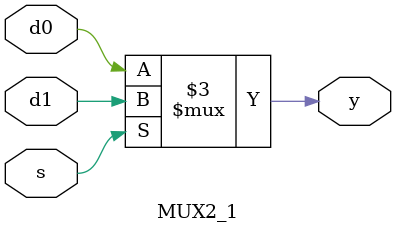
<source format=v>
module MUX2_1(d0, d1, s, y);
input 	  	  d1, d0, s;
output 		  y;

reg    	  	  y;

always@( s or d1 or d0 )
begin
   if (s)
          y = d1;
   else
          y = d0;
end

endmodule
</source>
